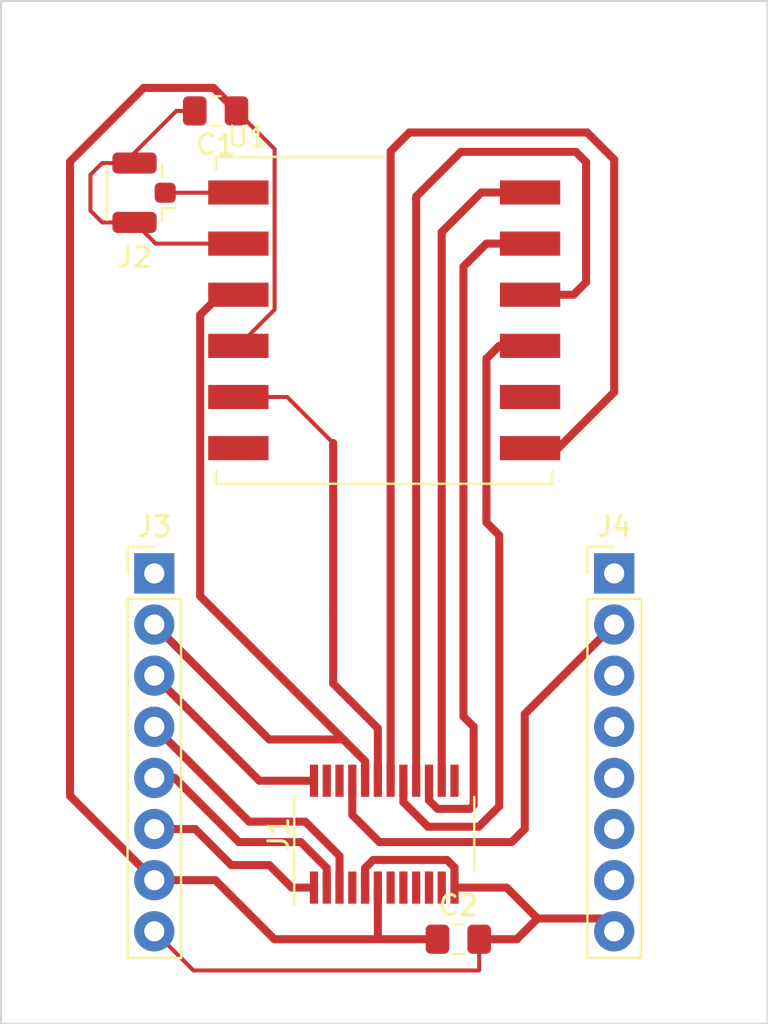
<source format=kicad_pcb>
(kicad_pcb (version 20221018) (generator pcbnew)
  (layers (0 "F.Cu" signal) (31 "B.Cu" signal) (44 "Edge.Cuts" user))
  (net 0 "")
  (net 1 "Net-(J1-U_MOSI)")
  (net 2 "Net-(J1-U_MISO)")
  (net 3 "Net-(J1-U_CLK)")
  (net 5 "GND")
  (net 6 "+3V3")
  (net 13 "Net-(J1-M_SEL)")
  (net 14 "Net-(J1-M_MISO)")
  (net 15 "Net-(J1-M_MOSI)")
  (net 16 "Net-(J1-M_CLK)")
  (net 17 "Net-(J1-M_CTRL)")
  (net 18 "Net-(J1-M_IRQ)")
  (net 19 "Net-(J1-SDN)")
  (net 20 "Net-(J1-U_IRQ)")
  (net 23 "Net-(J1-U_SEL)")
  (net 33 "Net-(J2-In)")
  (footprint "Capacitor_SMD:C_0805_2012Metric_Pad1.18x1.45mm_HandSolder" (layer "F.Cu") (at 61.468 106.68 180)
    (fp_text reference "C1" (at 0 -1.68) (layer "F.SilkS"))
    (fp_text value "C")
    (fp_line (start -0.261252 -0.735) (end 0.261252 -0.735) (stroke (width 0.12)) (layer "F.SilkS"))
    (fp_line (start -0.261252 0.735) (end 0.261252 0.735) (stroke (width 0.12)) (layer "F.SilkS"))
    (pad "1" smd roundrect (at -1.0375 0 180) (size 1.175 1.45) (layers "F.Cu" "F.Paste" "F.Mask") (roundrect_rratio 0.212766) (net 6 "+3V3"))
    (pad "2" smd roundrect (at 1.0375 0 180) (size 1.175 1.45) (layers "F.Cu" "F.Paste" "F.Mask") (roundrect_rratio 0.212766) (net 5 "GND"))
  )
  (footprint "Connector_PinHeader_2.54mm:PinHeader_1x08_P2.54mm_Vertical" (layer "F.Cu") (at 58.42 129.6543)
    (fp_text reference "J3" (at 0 -2.33) (layer "F.SilkS"))
    (fp_text value "Conn_01x08")
    (fp_line (start -1.33 -1.33) (end 0 -1.33) (stroke (width 0.12)) (layer "F.SilkS"))
    (fp_line (start -1.33 0) (end -1.33 -1.33) (stroke (width 0.12)) (layer "F.SilkS"))
    (fp_line (start -1.33 1.27) (end -1.33 19.11) (stroke (width 0.12)) (layer "F.SilkS"))
    (fp_line (start -1.33 1.27) (end 1.33 1.27) (stroke (width 0.12)) (layer "F.SilkS"))
    (fp_line (start -1.33 19.11) (end 1.33 19.11) (stroke (width 0.12)) (layer "F.SilkS"))
    (fp_line (start 1.33 1.27) (end 1.33 19.11) (stroke (width 0.12)) (layer "F.SilkS"))
    (pad "1" thru_hole rect (at 0 0) (size 2 2) (drill 1) (layers "*.Cu" "*.Mask"))
    (pad "2" thru_hole oval (at 0 2.54) (size 2 2) (drill 1) (layers "*.Cu" "*.Mask") (net 19 "Net-(J1-SDN)"))
    (pad "3" thru_hole oval (at 0 5.08) (size 2 2) (drill 1) (layers "*.Cu" "*.Mask") (net 23 "Net-(J1-U_SEL)"))
    (pad "4" thru_hole oval (at 0 7.62) (size 2 2) (drill 1) (layers "*.Cu" "*.Mask") (net 3 "Net-(J1-U_CLK)"))
    (pad "5" thru_hole oval (at 0 10.16) (size 2 2) (drill 1) (layers "*.Cu" "*.Mask") (net 2 "Net-(J1-U_MISO)"))
    (pad "6" thru_hole oval (at 0 12.7) (size 2 2) (drill 1) (layers "*.Cu" "*.Mask") (net 1 "Net-(J1-U_MOSI)"))
    (pad "7" thru_hole oval (at 0 15.24) (size 2 2) (drill 1) (layers "*.Cu" "*.Mask") (net 6 "+3V3"))
    (pad "8" thru_hole oval (at 0 17.78) (size 2 2) (drill 1) (layers "*.Cu" "*.Mask") (net 5 "GND"))
  )
  (footprint "Package_SO:QSOP-24_3.9x8.7mm_P0.635mm" (layer "F.Cu") (at 69.85 142.6083 90)
    (fp_text reference "J1" (at 0 -5.25 90) (layer "F.SilkS"))
    (fp_text value "Zeta CODEC QSOP")
    (fp_line (start -3.525 -4.475) (end 1.8586 -4.475) (stroke (width 0.12)) (layer "F.SilkS"))
    (fp_line (start -1.8543 4.475) (end 1.8543 4.475) (stroke (width 0.12)) (layer "F.SilkS"))
    (pad "1" smd rect (at -2.6543 -3.4925 90) (size 1.6 0.41) (layers "F.Cu" "F.Paste" "F.Mask") (net 1 "Net-(J1-U_MOSI)"))
    (pad "2" smd rect (at -2.6543 -2.8575 90) (size 1.6 0.41) (layers "F.Cu" "F.Paste" "F.Mask") (net 2 "Net-(J1-U_MISO)"))
    (pad "3" smd rect (at -2.6543 -2.2225 90) (size 1.6 0.41) (layers "F.Cu" "F.Paste" "F.Mask") (net 3 "Net-(J1-U_CLK)"))
    (pad "4" smd rect (at -2.6543 -1.5875 90) (size 1.6 0.41) (layers "F.Cu" "F.Paste" "F.Mask"))
    (pad "5" smd rect (at -2.6543 -0.9525 90) (size 1.6 0.41) (layers "F.Cu" "F.Paste" "F.Mask") (net 5 "GND"))
    (pad "6" smd rect (at -2.6543 -0.3175 90) (size 1.6 0.41) (layers "F.Cu" "F.Paste" "F.Mask") (net 6 "+3V3"))
    (pad "7" smd rect (at -2.6543 0.3175 90) (size 1.6 0.41) (layers "F.Cu" "F.Paste" "F.Mask"))
    (pad "8" smd rect (at -2.6543 0.9525 90) (size 1.6 0.41) (layers "F.Cu" "F.Paste" "F.Mask"))
    (pad "9" smd rect (at -2.6543 1.5875 90) (size 1.6 0.41) (layers "F.Cu" "F.Paste" "F.Mask"))
    (pad "10" smd rect (at -2.6543 2.2225 90) (size 1.6 0.41) (layers "F.Cu" "F.Paste" "F.Mask"))
    (pad "11" smd rect (at -2.6543 2.8575 90) (size 1.6 0.41) (layers "F.Cu" "F.Paste" "F.Mask"))
    (pad "12" smd rect (at -2.6543 3.4925 90) (size 1.6 0.41) (layers "F.Cu" "F.Paste" "F.Mask") (net 5 "GND"))
    (pad "13" smd rect (at 2.6543 3.4925 90) (size 1.6 0.41) (layers "F.Cu" "F.Paste" "F.Mask"))
    (pad "14" smd rect (at 2.6543 2.8575 90) (size 1.6 0.41) (layers "F.Cu" "F.Paste" "F.Mask") (net 13 "Net-(J1-M_SEL)"))
    (pad "15" smd rect (at 2.6543 2.2225 90) (size 1.6 0.41) (layers "F.Cu" "F.Paste" "F.Mask") (net 14 "Net-(J1-M_MISO)"))
    (pad "16" smd rect (at 2.6543 1.5875 90) (size 1.6 0.41) (layers "F.Cu" "F.Paste" "F.Mask") (net 15 "Net-(J1-M_MOSI)"))
    (pad "17" smd rect (at 2.6543 0.9525 90) (size 1.6 0.41) (layers "F.Cu" "F.Paste" "F.Mask") (net 16 "Net-(J1-M_CLK)"))
    (pad "18" smd rect (at 2.6543 0.3175 90) (size 1.6 0.41) (layers "F.Cu" "F.Paste" "F.Mask") (net 17 "Net-(J1-M_CTRL)"))
    (pad "19" smd rect (at 2.6543 -0.3175 90) (size 1.6 0.41) (layers "F.Cu" "F.Paste" "F.Mask") (net 18 "Net-(J1-M_IRQ)"))
    (pad "20" smd rect (at 2.6543 -0.9525 90) (size 1.6 0.41) (layers "F.Cu" "F.Paste" "F.Mask") (net 19 "Net-(J1-SDN)"))
    (pad "21" smd rect (at 2.6543 -1.5875 90) (size 1.6 0.41) (layers "F.Cu" "F.Paste" "F.Mask") (net 20 "Net-(J1-U_IRQ)"))
    (pad "22" smd rect (at 2.6543 -2.2225 90) (size 1.6 0.41) (layers "F.Cu" "F.Paste" "F.Mask"))
    (pad "23" smd rect (at 2.6543 -2.8575 90) (size 1.6 0.41) (layers "F.Cu" "F.Paste" "F.Mask"))
    (pad "24" smd rect (at 2.6543 -3.4925 90) (size 1.6 0.41) (layers "F.Cu" "F.Paste" "F.Mask") (net 23 "Net-(J1-U_SEL)"))
  )
  (footprint "RF_Module:ZETA-433-SO_SMD" (layer "F.Cu") (at 69.85 117.0813)
    (fp_text reference "U1" (at -6.8 -9.11) (layer "F.SilkS"))
    (fp_text value "ZETA-433-SO")
    (fp_line (start -8.37 -8.12) (end -8.37 -7.5) (stroke (width 0.12)) (layer "F.SilkS"))
    (fp_line (start -8.37 -8.12) (end 0 -8.12) (stroke (width 0.12)) (layer "F.SilkS"))
    (fp_line (start -8.37 8.12) (end -8.37 7.5) (stroke (width 0.12)) (layer "F.SilkS"))
    (fp_line (start 8.37 8.12) (end -8.37 8.12) (stroke (width 0.12)) (layer "F.SilkS"))
    (fp_line (start 8.37 8.12) (end 8.37 7.5) (stroke (width 0.12)) (layer "F.SilkS"))
    (pad "1" smd rect (at -7.25 -6.35) (size 3 1.2) (layers "F.Cu" "F.Paste" "F.Mask") (net 33 "Net-(J2-In)"))
    (pad "2" smd rect (at -7.25 -3.81) (size 3 1.2) (layers "F.Cu" "F.Paste" "F.Mask") (net 5 "GND"))
    (pad "3" smd rect (at -7.25 -1.27) (size 3 1.2) (layers "F.Cu" "F.Paste" "F.Mask") (net 19 "Net-(J1-SDN)"))
    (pad "4" smd rect (at -7.25 1.27) (size 3 1.2) (layers "F.Cu" "F.Paste" "F.Mask") (net 6 "+3V3"))
    (pad "5" smd rect (at -7.25 3.81) (size 3 1.2) (layers "F.Cu" "F.Paste" "F.Mask") (net 18 "Net-(J1-M_IRQ)"))
    (pad "6" smd rect (at -7.25 6.35) (size 3 1.2) (layers "F.Cu" "F.Paste" "F.Mask"))
    (pad "7" smd rect (at 7.25 6.35) (size 3 1.2) (layers "F.Cu" "F.Paste" "F.Mask") (net 17 "Net-(J1-M_CTRL)"))
    (pad "8" smd rect (at 7.25 3.81) (size 3 1.2) (layers "F.Cu" "F.Paste" "F.Mask"))
    (pad "9" smd rect (at 7.25 1.27) (size 3 1.2) (layers "F.Cu" "F.Paste" "F.Mask") (net 16 "Net-(J1-M_CLK)"))
    (pad "10" smd rect (at 7.25 -1.27) (size 3 1.2) (layers "F.Cu" "F.Paste" "F.Mask") (net 15 "Net-(J1-M_MOSI)"))
    (pad "11" smd rect (at 7.25 -3.81) (size 3 1.2) (layers "F.Cu" "F.Paste" "F.Mask") (net 14 "Net-(J1-M_MISO)"))
    (pad "12" smd rect (at 7.25 -6.35) (size 3 1.2) (layers "F.Cu" "F.Paste" "F.Mask") (net 13 "Net-(J1-M_SEL)"))
  )
  (footprint "Connector_PinHeader_2.54mm:PinHeader_1x08_P2.54mm_Vertical" (layer "F.Cu") (at 81.28 129.6543)
    (fp_text reference "J4" (at 0 -2.33) (layer "F.SilkS"))
    (fp_text value "Conn_01x08")
    (fp_line (start -1.33 -1.33) (end 0 -1.33) (stroke (width 0.12)) (layer "F.SilkS"))
    (fp_line (start -1.33 0) (end -1.33 -1.33) (stroke (width 0.12)) (layer "F.SilkS"))
    (fp_line (start -1.33 1.27) (end -1.33 19.11) (stroke (width 0.12)) (layer "F.SilkS"))
    (fp_line (start -1.33 1.27) (end 1.33 1.27) (stroke (width 0.12)) (layer "F.SilkS"))
    (fp_line (start -1.33 19.11) (end 1.33 19.11) (stroke (width 0.12)) (layer "F.SilkS"))
    (fp_line (start 1.33 1.27) (end 1.33 19.11) (stroke (width 0.12)) (layer "F.SilkS"))
    (pad "1" thru_hole rect (at 0 0) (size 2 2) (drill 1) (layers "*.Cu" "*.Mask"))
    (pad "2" thru_hole oval (at 0 2.54) (size 2 2) (drill 1) (layers "*.Cu" "*.Mask") (net 20 "Net-(J1-U_IRQ)"))
    (pad "3" thru_hole oval (at 0 5.08) (size 2 2) (drill 1) (layers "*.Cu" "*.Mask"))
    (pad "4" thru_hole oval (at 0 7.62) (size 2 2) (drill 1) (layers "*.Cu" "*.Mask"))
    (pad "5" thru_hole oval (at 0 10.16) (size 2 2) (drill 1) (layers "*.Cu" "*.Mask"))
    (pad "6" thru_hole oval (at 0 12.7) (size 2 2) (drill 1) (layers "*.Cu" "*.Mask"))
    (pad "7" thru_hole oval (at 0 15.24) (size 2 2) (drill 1) (layers "*.Cu" "*.Mask"))
    (pad "8" thru_hole oval (at 0 17.78) (size 2 2) (drill 1) (layers "*.Cu" "*.Mask") (net 5 "GND"))
  )
  (footprint "Connector_Coaxial:U.FL_Hirose_U.FL-R-SMT-1_Vertical" (layer "F.Cu") (at 57.912 110.744 180)
    (fp_text reference "J2" (at 0.475 -3.2) (layer "F.SilkS"))
    (fp_text value "Conn_Coaxial")
    (fp_line (start -0.885 -1.4) (end -0.885 -0.76) (stroke (width 0.12)) (layer "F.SilkS"))
    (fp_line (start -0.885 -0.76) (end -1.515 -0.76) (stroke (width 0.12)) (layer "F.SilkS"))
    (fp_line (start -0.885 1.4) (end -0.885 0.76) (stroke (width 0.12)) (layer "F.SilkS"))
    (fp_line (start 1.835 -1.35) (end 1.835 1.35) (stroke (width 0.12)) (layer "F.SilkS"))
    (pad "1" smd roundrect (at -1.05 0 180) (size 1.05 1) (layers "F.Cu" "F.Paste" "F.Mask") (net 33 "Net-(J2-In)"))
    (pad "2" smd roundrect (at 0.475 -1.475 180) (size 2.2 1.05) (layers "F.Cu" "F.Paste" "F.Mask") (roundrect_rratio 0.2380952381) (net 5 "GND"))
    (pad "2" smd roundrect (at 0.475 1.475 180) (size 2.2 1.05) (layers "F.Cu" "F.Paste" "F.Mask") (roundrect_rratio 0.2380952381) (net 5 "GND"))
  )
  (footprint "Capacitor_SMD:C_0805_2012Metric_Pad1.18x1.45mm_HandSolder" (layer "F.Cu") (at 73.533 147.828)
    (fp_text reference "C2" (at 0 -1.68) (layer "F.SilkS"))
    (fp_text value "C")
    (fp_line (start -0.261252 -0.735) (end 0.261252 -0.735) (stroke (width 0.12)) (layer "F.SilkS"))
    (fp_line (start -0.261252 0.735) (end 0.261252 0.735) (stroke (width 0.12)) (layer "F.SilkS"))
    (pad "1" smd roundrect (at -1.0375 0) (size 1.175 1.45) (layers "F.Cu" "F.Paste" "F.Mask") (roundrect_rratio 0.212766) (net 6 "+3V3"))
    (pad "2" smd roundrect (at 1.0375 0) (size 1.175 1.45) (layers "F.Cu" "F.Paste" "F.Mask") (roundrect_rratio 0.212766) (net 5 "GND"))
  )
  (gr_rect (start 50.8 101.219) (end 88.9 152.019) (stroke (width 0.1)) (fill none) (layer "Edge.Cuts"))
  (segment (start 60.452 142.3543) (end 62.2427 144.145) (width 0.4) (layer "F.Cu") (net 1))
  (segment (start 62.2427 144.145) (end 64.135 144.145) (width 0.4) (layer "F.Cu") (net 1))
  (segment (start 64.135 144.145) (end 65.2526 145.2626) (width 0.4) (layer "F.Cu") (net 1))
  (segment (start 65.2526 145.2626) (end 66.3575 145.2626) (width 0.4) (layer "F.Cu") (net 1))
  (segment (start 58.42 142.3543) (end 60.452 142.3543) (width 0.4) (layer "F.Cu") (net 1))
  (segment (start 65.7019 143.002) (end 66.9925 144.2926) (width 0.4) (layer "F.Cu") (net 2))
  (segment (start 59.436 139.8143) (end 62.6237 143.002) (width 0.4) (layer "F.Cu") (net 2))
  (segment (start 62.6237 143.002) (end 65.7019 143.002) (width 0.4) (layer "F.Cu") (net 2))
  (segment (start 58.42 139.8143) (end 59.436 139.8143) (width 0.4) (layer "F.Cu") (net 2))
  (segment (start 66.9925 144.2926) (end 66.9925 145.2626) (width 0.4) (layer "F.Cu") (net 2))
  (segment (start 58.42 137.2743) (end 63.1317 141.986) (width 0.4) (layer "F.Cu") (net 3))
  (segment (start 67.6275 143.6878) (end 67.6275 145.2626) (width 0.4) (layer "F.Cu") (net 3))
  (segment (start 65.9257 141.986) (end 67.6275 143.6878) (width 0.4) (layer "F.Cu") (net 3))
  (segment (start 63.1317 141.986) (end 65.9257 141.986) (width 0.4) (layer "F.Cu") (net 3))
  (segment (start 59.518 106.68) (end 60.4305 106.68) (width 0.2) (layer "F.Cu") (net 5))
  (segment (start 77.47 146.7993) (end 80.645 146.7993) (width 0.4) (layer "F.Cu") (net 5))
  (segment (start 75.9333 145.2626) (end 77.47 146.7993) (width 0.4) (layer "F.Cu") (net 5))
  (segment (start 74.549 149.379) (end 74.5705 149.3575) (width 0.2) (layer "F.Cu") (net 5))
  (segment (start 55.831 112.219) (end 57.437 112.219) (width 0.2) (layer "F.Cu") (net 5))
  (segment (start 74.5705 149.3575) (end 74.5705 147.828) (width 0.2) (layer "F.Cu") (net 5))
  (segment (start 55.245 109.855) (end 55.245 111.633) (width 0.2) (layer "F.Cu") (net 5))
  (segment (start 80.645 146.7993) (end 81.28 147.4343) (width 0.4) (layer "F.Cu") (net 5))
  (segment (start 62.6 113.2713) (end 58.4893 113.2713) (width 0.2) (layer "F.Cu") (net 5))
  (segment (start 77.47 146.7993) (end 76.4413 147.828) (width 0.4) (layer "F.Cu") (net 5))
  (segment (start 72.9709 143.891) (end 73.3425 144.2626) (width 0.4) (layer "F.Cu") (net 5))
  (segment (start 69.2991 143.891) (end 72.9709 143.891) (width 0.4) (layer "F.Cu") (net 5))
  (segment (start 56.929 109.269) (end 59.518 106.68) (width 0.2) (layer "F.Cu") (net 5))
  (segment (start 58.4893 113.2713) (end 57.437 112.219) (width 0.2) (layer "F.Cu") (net 5))
  (segment (start 68.8975 145.2626) (end 68.8975 144.2926) (width 0.4) (layer "F.Cu") (net 5))
  (segment (start 57.437 109.269) (end 55.831 109.269) (width 0.2) (layer "F.Cu") (net 5))
  (segment (start 73.3425 145.2626) (end 75.9333 145.2626) (width 0.4) (layer "F.Cu") (net 5))
  (segment (start 55.245 111.633) (end 55.831 112.219) (width 0.2) (layer "F.Cu") (net 5))
  (segment (start 58.42 147.4343) (end 60.3647 149.379) (width 0.2) (layer "F.Cu") (net 5))
  (segment (start 76.4413 147.828) (end 74.5705 147.828) (width 0.4) (layer "F.Cu") (net 5))
  (segment (start 68.8975 144.2926) (end 69.2991 143.891) (width 0.4) (layer "F.Cu") (net 5))
  (segment (start 55.831 109.269) (end 55.245 109.855) (width 0.2) (layer "F.Cu") (net 5))
  (segment (start 73.3425 144.2626) (end 73.3425 145.2626) (width 0.4) (layer "F.Cu") (net 5))
  (segment (start 60.3647 149.379) (end 74.549 149.379) (width 0.2) (layer "F.Cu") (net 5))
  (segment (start 64.389 147.828) (end 69.596 147.828) (width 0.4) (layer "F.Cu") (net 6))
  (segment (start 69.596 147.828) (end 69.5325 147.7645) (width 0.4) (layer "F.Cu") (net 6))
  (segment (start 58.42 144.8943) (end 61.4553 144.8943) (width 0.4) (layer "F.Cu") (net 6))
  (segment (start 57.887023 105.537) (end 61.3625 105.537) (width 0.4) (layer "F.Cu") (net 6))
  (segment (start 61.4553 144.8943) (end 64.389 147.828) (width 0.4) (layer "F.Cu") (net 6))
  (segment (start 69.596 147.828) (end 72.4955 147.828) (width 0.4) (layer "F.Cu") (net 6))
  (segment (start 64.4 108.5745) (end 64.4 116.5513) (width 0.2) (layer "F.Cu") (net 6))
  (segment (start 61.3625 105.537) (end 62.5055 106.68) (width 0.4) (layer "F.Cu") (net 6))
  (segment (start 54.231 140.7053) (end 54.231 109.193023) (width 0.4) (layer "F.Cu") (net 6))
  (segment (start 64.4 116.5513) (end 62.6 118.3513) (width 0.2) (layer "F.Cu") (net 6))
  (segment (start 54.231 109.193023) (end 57.887023 105.537) (width 0.4) (layer "F.Cu") (net 6))
  (segment (start 58.42 144.8943) (end 54.231 140.7053) (width 0.4) (layer "F.Cu") (net 6))
  (segment (start 62.5055 106.68) (end 64.4 108.5745) (width 0.2) (layer "F.Cu") (net 6))
  (segment (start 69.5325 147.7645) (end 69.5325 145.2626) (width 0.4) (layer "F.Cu") (net 6))
  (segment (start 77.1 110.7313) (end 74.676 110.7313) (width 0.4) (layer "F.Cu") (net 13))
  (segment (start 74.676 110.7313) (end 72.7075 112.6998) (width 0.4) (layer "F.Cu") (net 13))
  (segment (start 72.7075 112.6998) (end 72.7075 139.954) (width 0.4) (layer "F.Cu") (net 13))
  (segment (start 72.0725 140.924) (end 72.0725 139.954) (width 0.4) (layer "F.Cu") (net 14))
  (segment (start 74.93 113.2713) (end 73.787 114.4143) (width 0.4) (layer "F.Cu") (net 14))
  (segment (start 72.4995 141.351) (end 72.0725 140.924) (width 0.4) (layer "F.Cu") (net 14))
  (segment (start 74.1069 141.351) (end 72.4995 141.351) (width 0.4) (layer "F.Cu") (net 14))
  (segment (start 74.295 137.2743) (end 74.295 141.1629) (width 0.4) (layer "F.Cu") (net 14))
  (segment (start 73.787 114.4143) (end 73.787 136.7663) (width 0.4) (layer "F.Cu") (net 14))
  (segment (start 74.295 141.1629) (end 74.1069 141.351) (width 0.4) (layer "F.Cu") (net 14))
  (segment (start 77.1 113.2713) (end 74.93 113.2713) (width 0.4) (layer "F.Cu") (net 14))
  (segment (start 73.787 136.7663) (end 74.295 137.2743) (width 0.4) (layer "F.Cu") (net 14))
  (segment (start 79.375 108.712) (end 73.66 108.712) (width 0.4) (layer "F.Cu") (net 15))
  (segment (start 79.2607 115.8113) (end 79.883 115.189) (width 0.4) (layer "F.Cu") (net 15))
  (segment (start 79.883 115.189) (end 79.883 109.22) (width 0.4) (layer "F.Cu") (net 15))
  (segment (start 79.883 109.22) (end 79.375 108.712) (width 0.4) (layer "F.Cu") (net 15))
  (segment (start 77.1 115.8113) (end 79.2607 115.8113) (width 0.4) (layer "F.Cu") (net 15))
  (segment (start 71.4375 110.9345) (end 71.4375 139.954) (width 0.4) (layer "F.Cu") (net 15))
  (segment (start 73.66 108.712) (end 71.4375 110.9345) (width 0.4) (layer "F.Cu") (net 15))
  (segment (start 72.0217 142.24) (end 70.8025 141.0208) (width 0.4) (layer "F.Cu") (net 16))
  (segment (start 70.8025 141.0208) (end 70.8025 139.954) (width 0.4) (layer "F.Cu") (net 16))
  (segment (start 74.93 127.1253) (end 75.565 127.7603) (width 0.4) (layer "F.Cu") (net 16))
  (segment (start 74.549 142.24) (end 72.0217 142.24) (width 0.4) (layer "F.Cu") (net 16))
  (segment (start 77.1 118.3513) (end 75.565 118.3513) (width 0.4) (layer "F.Cu") (net 16))
  (segment (start 74.93 118.9863) (end 74.93 127.1253) (width 0.4) (layer "F.Cu") (net 16))
  (segment (start 75.565 118.3513) (end 74.93 118.9863) (width 0.4) (layer "F.Cu") (net 16))
  (segment (start 75.565 141.224) (end 74.549 142.24) (width 0.4) (layer "F.Cu") (net 16))
  (segment (start 75.565 127.7603) (end 75.565 141.224) (width 0.4) (layer "F.Cu") (net 16))
  (segment (start 78.4987 123.4313) (end 77.1 123.4313) (width 0.4) (layer "F.Cu") (net 17))
  (segment (start 81.28 109.093) (end 81.28 120.65) (width 0.4) (layer "F.Cu") (net 17))
  (segment (start 79.937 107.75) (end 81.28 109.093) (width 0.4) (layer "F.Cu") (net 17))
  (segment (start 81.28 120.65) (end 78.4987 123.4313) (width 0.4) (layer "F.Cu") (net 17))
  (segment (start 70.1675 108.682622) (end 71.100122 107.75) (width 0.4) (layer "F.Cu") (net 17))
  (segment (start 70.1675 139.954) (end 70.1675 108.682622) (width 0.4) (layer "F.Cu") (net 17))
  (segment (start 71.100122 107.75) (end 79.937 107.75) (width 0.4) (layer "F.Cu") (net 17))
  (segment (start 67.31 123.1773) (end 67.31 131.572) (width 0.4) (layer "F.Cu") (net 18))
  (segment (start 65.024 120.8913) (end 67.31 123.1773) (width 0.2) (layer "F.Cu") (net 18))
  (segment (start 67.31 131.572) (end 67.31 135.128) (width 0.4) (layer "F.Cu") (net 18))
  (segment (start 69.5325 137.3505) (end 69.5325 139.954) (width 0.4) (layer "F.Cu") (net 18))
  (segment (start 67.31 135.128) (end 69.5325 137.3505) (width 0.4) (layer "F.Cu") (net 18))
  (segment (start 62.6 120.8913) (end 65.024 120.8913) (width 0.2) (layer "F.Cu") (net 18))
  (segment (start 61.7 115.8113) (end 62.6 115.8113) (width 0.4) (layer "F.Cu") (net 19))
  (segment (start 67.818 137.9045) (end 68.8975 138.984) (width 0.4) (layer "F.Cu") (net 19))
  (segment (start 64.1302 137.9045) (end 67.818 137.9045) (width 0.4) (layer "F.Cu") (net 19))
  (segment (start 67.818 137.9045) (end 60.7 130.7865) (width 0.4) (layer "F.Cu") (net 19))
  (segment (start 68.8975 138.984) (end 68.8975 139.954) (width 0.4) (layer "F.Cu") (net 19))
  (segment (start 60.7 116.8113) (end 61.7 115.8113) (width 0.4) (layer "F.Cu") (net 19))
  (segment (start 58.42 132.1943) (end 64.1302 137.9045) (width 0.4) (layer "F.Cu") (net 19))
  (segment (start 60.7 130.7865) (end 60.7 116.8113) (width 0.4) (layer "F.Cu") (net 19))
  (segment (start 68.2625 139.954) (end 68.2625 141.6558) (width 0.4) (layer "F.Cu") (net 20))
  (segment (start 76.835 142.3543) (end 76.835 136.6393) (width 0.4) (layer "F.Cu") (net 20))
  (segment (start 69.6087 143.002) (end 76.1873 143.002) (width 0.4) (layer "F.Cu") (net 20))
  (segment (start 76.1873 143.002) (end 76.835 142.3543) (width 0.4) (layer "F.Cu") (net 20))
  (segment (start 68.2625 141.6558) (end 69.6087 143.002) (width 0.4) (layer "F.Cu") (net 20))
  (segment (start 76.835 136.6393) (end 81.28 132.1943) (width 0.4) (layer "F.Cu") (net 20))
  (segment (start 63.6397 139.954) (end 66.3575 139.954) (width 0.4) (layer "F.Cu") (net 23))
  (segment (start 58.42 134.7343) (end 63.6397 139.954) (width 0.4) (layer "F.Cu") (net 23))
  (segment (start 58.962 110.744) (end 62.5873 110.744) (width 0.2) (layer "F.Cu") (net 33))
  (segment (start 62.5873 110.744) (end 62.6 110.7313) (width 0.2) (layer "F.Cu") (net 33))
)
</source>
